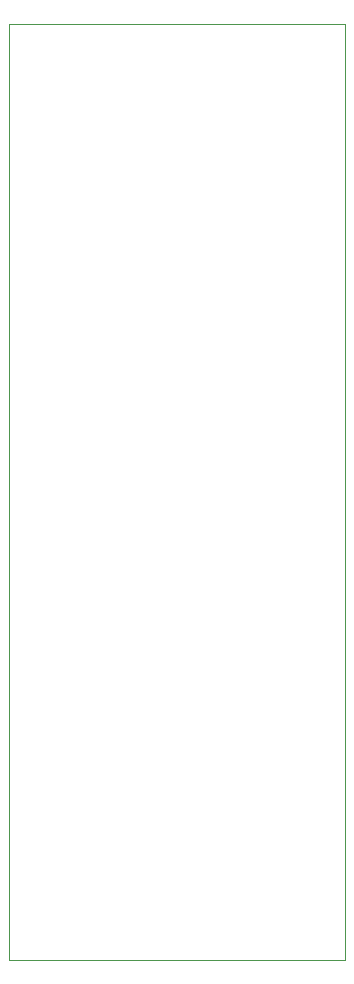
<source format=gm1>
%TF.GenerationSoftware,KiCad,Pcbnew,8.0.2*%
%TF.CreationDate,2024-09-16T20:09:15-04:00*%
%TF.ProjectId,servo_tester,73657276-6f5f-4746-9573-7465722e6b69,rev?*%
%TF.SameCoordinates,Original*%
%TF.FileFunction,Profile,NP*%
%FSLAX46Y46*%
G04 Gerber Fmt 4.6, Leading zero omitted, Abs format (unit mm)*
G04 Created by KiCad (PCBNEW 8.0.2) date 2024-09-16 20:09:15*
%MOMM*%
%LPD*%
G01*
G04 APERTURE LIST*
%TA.AperFunction,Profile*%
%ADD10C,0.100000*%
%TD*%
G04 APERTURE END LIST*
D10*
X100584000Y-37592000D02*
X129032000Y-37592000D01*
X129032000Y-116840000D01*
X100584000Y-116840000D01*
X100584000Y-37592000D01*
M02*

</source>
